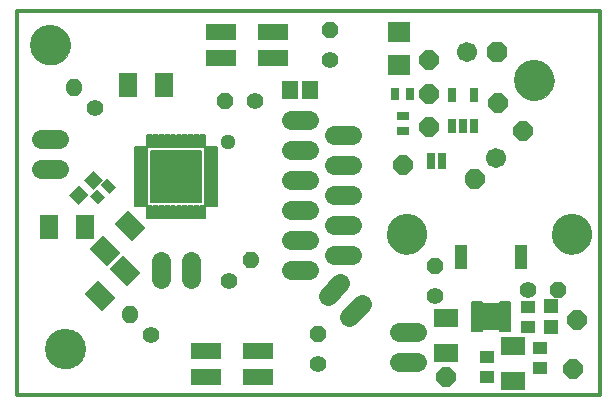
<source format=gts>
G75*
%MOIN*%
%OFA0B0*%
%FSLAX24Y24*%
%IPPOS*%
%LPD*%
%AMOC8*
5,1,8,0,0,1.08239X$1,22.5*
%
%ADD10C,0.0125*%
%ADD11R,0.0552X0.0631*%
%ADD12R,0.0631X0.0827*%
%ADD13R,0.0316X0.0394*%
%ADD14R,0.0453X0.0465*%
%ADD15R,0.0370X0.0150*%
%ADD16R,0.0150X0.0370*%
%ADD17R,0.1670X0.1670*%
%ADD18C,0.0060*%
%ADD19R,0.1024X0.0552*%
%ADD20C,0.0112*%
%ADD21C,0.0560*%
%ADD22OC8,0.0560*%
%ADD23C,0.0512*%
%ADD24C,0.0640*%
%ADD25C,0.0000*%
%ADD26C,0.1340*%
%ADD27R,0.0257X0.0512*%
%ADD28OC8,0.0670*%
%ADD29C,0.0670*%
%ADD30C,0.0134*%
%ADD31OC8,0.0640*%
%ADD32R,0.0394X0.0316*%
%ADD33R,0.0749X0.0670*%
%ADD34R,0.0290X0.0540*%
%ADD35R,0.0320X0.0160*%
%ADD36R,0.0510X0.0830*%
%ADD37R,0.0827X0.0631*%
%ADD38R,0.0473X0.0434*%
%ADD39R,0.0434X0.0827*%
%ADD40R,0.0465X0.0453*%
D10*
X000653Y001298D02*
X000653Y014098D01*
X020088Y014098D01*
X020088Y001298D01*
X000653Y001298D01*
D11*
X009756Y011473D03*
X010425Y011473D03*
D12*
X005556Y011660D03*
X004375Y011660D03*
G36*
X003931Y007022D02*
X004376Y007467D01*
X004959Y006884D01*
X004514Y006439D01*
X003931Y007022D01*
G37*
X002931Y006910D03*
G36*
X003096Y006187D02*
X003541Y006632D01*
X004124Y006049D01*
X003679Y005604D01*
X003096Y006187D01*
G37*
G36*
X003744Y005522D02*
X004189Y005967D01*
X004772Y005384D01*
X004327Y004939D01*
X003744Y005522D01*
G37*
G36*
X002909Y004687D02*
X003354Y005132D01*
X003937Y004549D01*
X003492Y004104D01*
X002909Y004687D01*
G37*
X001750Y006910D03*
D13*
G36*
X003598Y007890D02*
X003374Y007666D01*
X003096Y007944D01*
X003320Y008168D01*
X003598Y007890D01*
G37*
G36*
X003960Y008252D02*
X003736Y008028D01*
X003458Y008306D01*
X003682Y008530D01*
X003960Y008252D01*
G37*
X013272Y011360D03*
X013784Y011360D03*
D14*
G36*
X003532Y008463D02*
X003213Y008144D01*
X002886Y008471D01*
X003205Y008790D01*
X003532Y008463D01*
G37*
G36*
X003045Y007975D02*
X002726Y007656D01*
X002399Y007983D01*
X002718Y008302D01*
X003045Y007975D01*
G37*
D15*
X004795Y007908D03*
X004795Y007708D03*
X004795Y008108D03*
X004795Y008298D03*
X004795Y008498D03*
X004795Y008698D03*
X004795Y008898D03*
X004795Y009088D03*
X004795Y009288D03*
X004795Y009488D03*
X007135Y009488D03*
X007135Y009288D03*
X007135Y009088D03*
X007135Y008898D03*
X007135Y008698D03*
X007135Y008498D03*
X007135Y008298D03*
X007135Y008108D03*
X007135Y007908D03*
X007135Y007708D03*
D16*
X006855Y007428D03*
X006655Y007428D03*
X006455Y007428D03*
X006265Y007428D03*
X006065Y007428D03*
X005865Y007428D03*
X005665Y007428D03*
X005475Y007428D03*
X005275Y007428D03*
X005075Y007428D03*
X005075Y009768D03*
X005275Y009768D03*
X005475Y009768D03*
X005665Y009768D03*
X005865Y009768D03*
X006065Y009768D03*
X006265Y009768D03*
X006455Y009768D03*
X006655Y009768D03*
X006855Y009768D03*
D17*
X005965Y008598D03*
D18*
X005125Y008678D02*
X005125Y008828D01*
X006805Y008828D01*
X006805Y008678D01*
X005125Y008678D01*
X004985Y008618D02*
X004985Y008778D01*
X004595Y008778D01*
X004595Y008618D01*
X004985Y008618D01*
X004985Y008578D02*
X004595Y008578D01*
X004595Y008418D01*
X004985Y008418D01*
X004985Y008578D01*
X005125Y008518D02*
X005125Y008368D01*
X006805Y008368D01*
X006805Y008518D01*
X005125Y008518D01*
X004985Y008388D02*
X004595Y008388D01*
X004595Y008218D01*
X004985Y008218D01*
X004985Y008388D01*
X004985Y008188D02*
X004595Y008188D01*
X004595Y008028D01*
X004985Y008028D01*
X004985Y008188D01*
X005125Y008208D02*
X005125Y008058D01*
X006805Y008058D01*
X006805Y008208D01*
X005125Y008208D01*
X004985Y007988D02*
X004595Y007988D01*
X004595Y007828D01*
X004985Y007828D01*
X004985Y007988D01*
X005125Y007898D02*
X005125Y009298D01*
X005125Y009438D01*
X005265Y009438D01*
X005265Y007758D01*
X005125Y007758D01*
X005125Y007898D01*
X006805Y007898D01*
X006805Y009298D01*
X005125Y009298D01*
X004985Y009368D02*
X004985Y009208D01*
X004595Y009208D01*
X004595Y009368D01*
X004985Y009368D01*
X004985Y009398D02*
X004985Y009568D01*
X004595Y009568D01*
X004595Y009398D01*
X004985Y009398D01*
X004995Y009578D02*
X005165Y009578D01*
X005165Y009968D01*
X004995Y009968D01*
X004995Y009578D01*
X005195Y009578D02*
X005355Y009578D01*
X005355Y009968D01*
X005195Y009968D01*
X005195Y009578D01*
X005265Y009438D02*
X005425Y009438D01*
X005425Y007758D01*
X005575Y007758D01*
X005575Y009438D01*
X005735Y009438D01*
X005735Y007758D01*
X005885Y007758D01*
X005885Y009438D01*
X006045Y009438D01*
X006045Y007758D01*
X006195Y007758D01*
X006195Y009438D01*
X006355Y009438D01*
X006355Y007758D01*
X006505Y007758D01*
X006505Y009438D01*
X006665Y009438D01*
X006665Y007758D01*
X006805Y007758D01*
X006805Y007898D01*
X006945Y007828D02*
X006945Y007988D01*
X007335Y007988D01*
X007335Y007828D01*
X006945Y007828D01*
X006945Y007798D02*
X007335Y007798D01*
X007335Y007628D01*
X006945Y007628D01*
X006945Y007798D01*
X006935Y007618D02*
X006765Y007618D01*
X006765Y007228D01*
X006935Y007228D01*
X006935Y007618D01*
X006735Y007618D02*
X006575Y007618D01*
X006575Y007228D01*
X006735Y007228D01*
X006735Y007618D01*
X006665Y007758D02*
X006505Y007758D01*
X006535Y007618D02*
X006375Y007618D01*
X006375Y007228D01*
X006535Y007228D01*
X006535Y007618D01*
X006345Y007618D02*
X006175Y007618D01*
X006175Y007228D01*
X006345Y007228D01*
X006345Y007618D01*
X006355Y007758D02*
X006195Y007758D01*
X006145Y007618D02*
X005985Y007618D01*
X005985Y007228D01*
X006145Y007228D01*
X006145Y007618D01*
X006045Y007758D02*
X005885Y007758D01*
X005735Y007758D02*
X005575Y007758D01*
X005585Y007618D02*
X005755Y007618D01*
X005755Y007228D01*
X005585Y007228D01*
X005585Y007618D01*
X005555Y007618D02*
X005395Y007618D01*
X005395Y007228D01*
X005555Y007228D01*
X005555Y007618D01*
X005425Y007758D02*
X005265Y007758D01*
X005195Y007618D02*
X005355Y007618D01*
X005355Y007228D01*
X005195Y007228D01*
X005195Y007618D01*
X005165Y007618D02*
X004995Y007618D01*
X004995Y007228D01*
X005165Y007228D01*
X005165Y007618D01*
X004985Y007628D02*
X004985Y007798D01*
X004595Y007798D01*
X004595Y007628D01*
X004985Y007628D01*
X005785Y007618D02*
X005785Y007228D01*
X005945Y007228D01*
X005945Y007618D01*
X005785Y007618D01*
X006945Y008028D02*
X007335Y008028D01*
X007335Y008188D01*
X006945Y008188D01*
X006945Y008028D01*
X006945Y008218D02*
X007335Y008218D01*
X007335Y008388D01*
X006945Y008388D01*
X006945Y008218D01*
X006945Y008418D02*
X007335Y008418D01*
X007335Y008578D01*
X006945Y008578D01*
X006945Y008418D01*
X006945Y008618D02*
X007335Y008618D01*
X007335Y008778D01*
X006945Y008778D01*
X006945Y008618D01*
X006945Y008808D02*
X007335Y008808D01*
X007335Y008978D01*
X006945Y008978D01*
X006945Y008808D01*
X006945Y009008D02*
X007335Y009008D01*
X007335Y009168D01*
X006945Y009168D01*
X006945Y009008D01*
X006805Y008988D02*
X006805Y009138D01*
X005125Y009138D01*
X005125Y008988D01*
X006805Y008988D01*
X006945Y009208D02*
X007335Y009208D01*
X007335Y009368D01*
X006945Y009368D01*
X006945Y009208D01*
X006805Y009298D02*
X006805Y009438D01*
X006665Y009438D01*
X006735Y009578D02*
X006575Y009578D01*
X006575Y009968D01*
X006735Y009968D01*
X006735Y009578D01*
X006765Y009578D02*
X006935Y009578D01*
X006935Y009968D01*
X006765Y009968D01*
X006765Y009578D01*
X006945Y009568D02*
X006945Y009398D01*
X007335Y009398D01*
X007335Y009568D01*
X006945Y009568D01*
X006535Y009578D02*
X006535Y009968D01*
X006375Y009968D01*
X006375Y009578D01*
X006535Y009578D01*
X006505Y009438D02*
X006355Y009438D01*
X006345Y009578D02*
X006175Y009578D01*
X006175Y009968D01*
X006345Y009968D01*
X006345Y009578D01*
X006145Y009578D02*
X006145Y009968D01*
X005985Y009968D01*
X005985Y009578D01*
X006145Y009578D01*
X006195Y009438D02*
X006045Y009438D01*
X005885Y009438D02*
X005735Y009438D01*
X005755Y009578D02*
X005585Y009578D01*
X005585Y009968D01*
X005755Y009968D01*
X005755Y009578D01*
X005785Y009578D02*
X005945Y009578D01*
X005945Y009968D01*
X005785Y009968D01*
X005785Y009578D01*
X005555Y009578D02*
X005555Y009968D01*
X005395Y009968D01*
X005395Y009578D01*
X005555Y009578D01*
X005575Y009438D02*
X005425Y009438D01*
X004985Y009168D02*
X004595Y009168D01*
X004595Y009008D01*
X004985Y009008D01*
X004985Y009168D01*
X004985Y008978D02*
X004595Y008978D01*
X004595Y008808D01*
X004985Y008808D01*
X004985Y008978D01*
X015825Y004403D02*
X015825Y004233D01*
X016155Y004233D01*
X016155Y004403D01*
X015825Y004403D01*
X015825Y004203D02*
X016155Y004203D01*
X016155Y004033D01*
X015825Y004033D01*
X015825Y004203D01*
X015825Y004013D02*
X016155Y004013D01*
X016155Y003833D01*
X015825Y003833D01*
X015825Y004013D01*
X015825Y003813D02*
X016155Y003813D01*
X016155Y003643D01*
X015825Y003643D01*
X015825Y003813D01*
X015825Y003613D02*
X016155Y003613D01*
X016155Y003443D01*
X015825Y003443D01*
X015825Y003613D01*
X016205Y003693D02*
X016205Y003503D01*
X016385Y003503D01*
X016385Y004343D01*
X016545Y004343D01*
X016545Y003503D01*
X016725Y003503D01*
X016725Y003693D01*
X016725Y004153D01*
X016205Y004153D01*
X016205Y003693D01*
X016725Y003693D01*
X016775Y003643D02*
X017105Y003643D01*
X017105Y003813D01*
X016775Y003813D01*
X016775Y003643D01*
X016775Y003613D02*
X017105Y003613D01*
X017105Y003443D01*
X016775Y003443D01*
X016775Y003613D01*
X016545Y003503D02*
X016385Y003503D01*
X016205Y003843D02*
X016205Y004003D01*
X016725Y004003D01*
X016725Y003843D01*
X016205Y003843D01*
X016205Y004153D02*
X016205Y004343D01*
X016385Y004343D01*
X016545Y004343D02*
X016725Y004343D01*
X016725Y004153D01*
X016775Y004203D02*
X017105Y004203D01*
X017105Y004033D01*
X016775Y004033D01*
X016775Y004203D01*
X016775Y004233D02*
X017105Y004233D01*
X017105Y004403D01*
X016775Y004403D01*
X016775Y004233D01*
X016775Y004013D02*
X017105Y004013D01*
X017105Y003833D01*
X016775Y003833D01*
X016775Y004013D01*
D19*
X008715Y002781D03*
X008715Y001915D03*
X006965Y001915D03*
X006965Y002781D03*
X007465Y012540D03*
X007465Y013406D03*
X009215Y013406D03*
X009215Y012540D03*
D20*
X002512Y011744D02*
X002456Y011800D01*
X002642Y011800D01*
X002772Y011670D01*
X002772Y011484D01*
X002642Y011354D01*
X002456Y011354D01*
X002326Y011484D01*
X002326Y011670D01*
X002456Y011800D01*
X002491Y011716D01*
X002607Y011716D01*
X002688Y011635D01*
X002688Y011519D01*
X002607Y011438D01*
X002491Y011438D01*
X002410Y011519D01*
X002410Y011635D01*
X002491Y011716D01*
X002526Y011632D01*
X002572Y011632D01*
X002604Y011600D01*
X002604Y011554D01*
X002572Y011522D01*
X002526Y011522D01*
X002494Y011554D01*
X002494Y011600D01*
X002526Y011632D01*
X008611Y005864D02*
X008667Y005920D01*
X008667Y005734D01*
X008537Y005604D01*
X008351Y005604D01*
X008221Y005734D01*
X008221Y005920D01*
X008351Y006050D01*
X008537Y006050D01*
X008667Y005920D01*
X008583Y005885D01*
X008583Y005769D01*
X008502Y005688D01*
X008386Y005688D01*
X008305Y005769D01*
X008305Y005885D01*
X008386Y005966D01*
X008502Y005966D01*
X008583Y005885D01*
X008499Y005850D01*
X008499Y005804D01*
X008467Y005772D01*
X008421Y005772D01*
X008389Y005804D01*
X008389Y005850D01*
X008421Y005882D01*
X008467Y005882D01*
X008499Y005850D01*
X004387Y004181D02*
X004331Y004237D01*
X004517Y004237D01*
X004647Y004107D01*
X004647Y003921D01*
X004517Y003791D01*
X004331Y003791D01*
X004201Y003921D01*
X004201Y004107D01*
X004331Y004237D01*
X004366Y004153D01*
X004482Y004153D01*
X004563Y004072D01*
X004563Y003956D01*
X004482Y003875D01*
X004366Y003875D01*
X004285Y003956D01*
X004285Y004072D01*
X004366Y004153D01*
X004401Y004069D01*
X004447Y004069D01*
X004479Y004037D01*
X004479Y003991D01*
X004447Y003959D01*
X004401Y003959D01*
X004369Y003991D01*
X004369Y004037D01*
X004401Y004069D01*
D21*
X005131Y003307D03*
X007737Y005119D03*
X010715Y002348D03*
X014590Y004610D03*
X017715Y004798D03*
X008590Y011098D03*
X011090Y012473D03*
X003256Y010869D03*
D22*
X007590Y011098D03*
X011090Y013473D03*
X014590Y005610D03*
X010715Y003348D03*
X018715Y004798D03*
D23*
X007715Y009748D03*
D24*
X009790Y009473D02*
X010390Y009473D01*
X011240Y009973D02*
X011840Y009973D01*
X011840Y008973D02*
X011240Y008973D01*
X010390Y008473D02*
X009790Y008473D01*
X009790Y007473D02*
X010390Y007473D01*
X011240Y007973D02*
X011840Y007973D01*
X011840Y006973D02*
X011240Y006973D01*
X010390Y006473D02*
X009790Y006473D01*
X009790Y005473D02*
X010390Y005473D01*
X011240Y005973D02*
X011840Y005973D01*
X011449Y005039D02*
X011025Y004614D01*
X011732Y003907D02*
X012156Y004332D01*
X013415Y003423D02*
X014015Y003423D01*
X014015Y002423D02*
X013415Y002423D01*
X006465Y005173D02*
X006465Y005773D01*
X005465Y005773D02*
X005465Y005173D01*
X002078Y008848D02*
X001478Y008848D01*
X001478Y009848D02*
X002078Y009848D01*
X009790Y010473D02*
X010390Y010473D01*
D25*
X013003Y006673D02*
X013005Y006723D01*
X013011Y006773D01*
X013021Y006823D01*
X013034Y006871D01*
X013051Y006919D01*
X013072Y006965D01*
X013096Y007009D01*
X013124Y007051D01*
X013155Y007091D01*
X013189Y007128D01*
X013226Y007163D01*
X013265Y007194D01*
X013306Y007223D01*
X013350Y007248D01*
X013396Y007270D01*
X013443Y007288D01*
X013491Y007302D01*
X013540Y007313D01*
X013590Y007320D01*
X013640Y007323D01*
X013691Y007322D01*
X013741Y007317D01*
X013791Y007308D01*
X013839Y007296D01*
X013887Y007279D01*
X013933Y007259D01*
X013978Y007236D01*
X014021Y007209D01*
X014061Y007179D01*
X014099Y007146D01*
X014134Y007110D01*
X014167Y007071D01*
X014196Y007030D01*
X014222Y006987D01*
X014245Y006942D01*
X014264Y006895D01*
X014279Y006847D01*
X014291Y006798D01*
X014299Y006748D01*
X014303Y006698D01*
X014303Y006648D01*
X014299Y006598D01*
X014291Y006548D01*
X014279Y006499D01*
X014264Y006451D01*
X014245Y006404D01*
X014222Y006359D01*
X014196Y006316D01*
X014167Y006275D01*
X014134Y006236D01*
X014099Y006200D01*
X014061Y006167D01*
X014021Y006137D01*
X013978Y006110D01*
X013933Y006087D01*
X013887Y006067D01*
X013839Y006050D01*
X013791Y006038D01*
X013741Y006029D01*
X013691Y006024D01*
X013640Y006023D01*
X013590Y006026D01*
X013540Y006033D01*
X013491Y006044D01*
X013443Y006058D01*
X013396Y006076D01*
X013350Y006098D01*
X013306Y006123D01*
X013265Y006152D01*
X013226Y006183D01*
X013189Y006218D01*
X013155Y006255D01*
X013124Y006295D01*
X013096Y006337D01*
X013072Y006381D01*
X013051Y006427D01*
X013034Y006475D01*
X013021Y006523D01*
X013011Y006573D01*
X013005Y006623D01*
X013003Y006673D01*
X018503Y006673D02*
X018505Y006723D01*
X018511Y006773D01*
X018521Y006823D01*
X018534Y006871D01*
X018551Y006919D01*
X018572Y006965D01*
X018596Y007009D01*
X018624Y007051D01*
X018655Y007091D01*
X018689Y007128D01*
X018726Y007163D01*
X018765Y007194D01*
X018806Y007223D01*
X018850Y007248D01*
X018896Y007270D01*
X018943Y007288D01*
X018991Y007302D01*
X019040Y007313D01*
X019090Y007320D01*
X019140Y007323D01*
X019191Y007322D01*
X019241Y007317D01*
X019291Y007308D01*
X019339Y007296D01*
X019387Y007279D01*
X019433Y007259D01*
X019478Y007236D01*
X019521Y007209D01*
X019561Y007179D01*
X019599Y007146D01*
X019634Y007110D01*
X019667Y007071D01*
X019696Y007030D01*
X019722Y006987D01*
X019745Y006942D01*
X019764Y006895D01*
X019779Y006847D01*
X019791Y006798D01*
X019799Y006748D01*
X019803Y006698D01*
X019803Y006648D01*
X019799Y006598D01*
X019791Y006548D01*
X019779Y006499D01*
X019764Y006451D01*
X019745Y006404D01*
X019722Y006359D01*
X019696Y006316D01*
X019667Y006275D01*
X019634Y006236D01*
X019599Y006200D01*
X019561Y006167D01*
X019521Y006137D01*
X019478Y006110D01*
X019433Y006087D01*
X019387Y006067D01*
X019339Y006050D01*
X019291Y006038D01*
X019241Y006029D01*
X019191Y006024D01*
X019140Y006023D01*
X019090Y006026D01*
X019040Y006033D01*
X018991Y006044D01*
X018943Y006058D01*
X018896Y006076D01*
X018850Y006098D01*
X018806Y006123D01*
X018765Y006152D01*
X018726Y006183D01*
X018689Y006218D01*
X018655Y006255D01*
X018624Y006295D01*
X018596Y006337D01*
X018572Y006381D01*
X018551Y006427D01*
X018534Y006475D01*
X018521Y006523D01*
X018511Y006573D01*
X018505Y006623D01*
X018503Y006673D01*
X017253Y011798D02*
X017255Y011848D01*
X017261Y011898D01*
X017271Y011948D01*
X017284Y011996D01*
X017301Y012044D01*
X017322Y012090D01*
X017346Y012134D01*
X017374Y012176D01*
X017405Y012216D01*
X017439Y012253D01*
X017476Y012288D01*
X017515Y012319D01*
X017556Y012348D01*
X017600Y012373D01*
X017646Y012395D01*
X017693Y012413D01*
X017741Y012427D01*
X017790Y012438D01*
X017840Y012445D01*
X017890Y012448D01*
X017941Y012447D01*
X017991Y012442D01*
X018041Y012433D01*
X018089Y012421D01*
X018137Y012404D01*
X018183Y012384D01*
X018228Y012361D01*
X018271Y012334D01*
X018311Y012304D01*
X018349Y012271D01*
X018384Y012235D01*
X018417Y012196D01*
X018446Y012155D01*
X018472Y012112D01*
X018495Y012067D01*
X018514Y012020D01*
X018529Y011972D01*
X018541Y011923D01*
X018549Y011873D01*
X018553Y011823D01*
X018553Y011773D01*
X018549Y011723D01*
X018541Y011673D01*
X018529Y011624D01*
X018514Y011576D01*
X018495Y011529D01*
X018472Y011484D01*
X018446Y011441D01*
X018417Y011400D01*
X018384Y011361D01*
X018349Y011325D01*
X018311Y011292D01*
X018271Y011262D01*
X018228Y011235D01*
X018183Y011212D01*
X018137Y011192D01*
X018089Y011175D01*
X018041Y011163D01*
X017991Y011154D01*
X017941Y011149D01*
X017890Y011148D01*
X017840Y011151D01*
X017790Y011158D01*
X017741Y011169D01*
X017693Y011183D01*
X017646Y011201D01*
X017600Y011223D01*
X017556Y011248D01*
X017515Y011277D01*
X017476Y011308D01*
X017439Y011343D01*
X017405Y011380D01*
X017374Y011420D01*
X017346Y011462D01*
X017322Y011506D01*
X017301Y011552D01*
X017284Y011600D01*
X017271Y011648D01*
X017261Y011698D01*
X017255Y011748D01*
X017253Y011798D01*
X001628Y002860D02*
X001630Y002910D01*
X001636Y002960D01*
X001646Y003010D01*
X001659Y003058D01*
X001676Y003106D01*
X001697Y003152D01*
X001721Y003196D01*
X001749Y003238D01*
X001780Y003278D01*
X001814Y003315D01*
X001851Y003350D01*
X001890Y003381D01*
X001931Y003410D01*
X001975Y003435D01*
X002021Y003457D01*
X002068Y003475D01*
X002116Y003489D01*
X002165Y003500D01*
X002215Y003507D01*
X002265Y003510D01*
X002316Y003509D01*
X002366Y003504D01*
X002416Y003495D01*
X002464Y003483D01*
X002512Y003466D01*
X002558Y003446D01*
X002603Y003423D01*
X002646Y003396D01*
X002686Y003366D01*
X002724Y003333D01*
X002759Y003297D01*
X002792Y003258D01*
X002821Y003217D01*
X002847Y003174D01*
X002870Y003129D01*
X002889Y003082D01*
X002904Y003034D01*
X002916Y002985D01*
X002924Y002935D01*
X002928Y002885D01*
X002928Y002835D01*
X002924Y002785D01*
X002916Y002735D01*
X002904Y002686D01*
X002889Y002638D01*
X002870Y002591D01*
X002847Y002546D01*
X002821Y002503D01*
X002792Y002462D01*
X002759Y002423D01*
X002724Y002387D01*
X002686Y002354D01*
X002646Y002324D01*
X002603Y002297D01*
X002558Y002274D01*
X002512Y002254D01*
X002464Y002237D01*
X002416Y002225D01*
X002366Y002216D01*
X002316Y002211D01*
X002265Y002210D01*
X002215Y002213D01*
X002165Y002220D01*
X002116Y002231D01*
X002068Y002245D01*
X002021Y002263D01*
X001975Y002285D01*
X001931Y002310D01*
X001890Y002339D01*
X001851Y002370D01*
X001814Y002405D01*
X001780Y002442D01*
X001749Y002482D01*
X001721Y002524D01*
X001697Y002568D01*
X001676Y002614D01*
X001659Y002662D01*
X001646Y002710D01*
X001636Y002760D01*
X001630Y002810D01*
X001628Y002860D01*
X001128Y012985D02*
X001130Y013035D01*
X001136Y013085D01*
X001146Y013135D01*
X001159Y013183D01*
X001176Y013231D01*
X001197Y013277D01*
X001221Y013321D01*
X001249Y013363D01*
X001280Y013403D01*
X001314Y013440D01*
X001351Y013475D01*
X001390Y013506D01*
X001431Y013535D01*
X001475Y013560D01*
X001521Y013582D01*
X001568Y013600D01*
X001616Y013614D01*
X001665Y013625D01*
X001715Y013632D01*
X001765Y013635D01*
X001816Y013634D01*
X001866Y013629D01*
X001916Y013620D01*
X001964Y013608D01*
X002012Y013591D01*
X002058Y013571D01*
X002103Y013548D01*
X002146Y013521D01*
X002186Y013491D01*
X002224Y013458D01*
X002259Y013422D01*
X002292Y013383D01*
X002321Y013342D01*
X002347Y013299D01*
X002370Y013254D01*
X002389Y013207D01*
X002404Y013159D01*
X002416Y013110D01*
X002424Y013060D01*
X002428Y013010D01*
X002428Y012960D01*
X002424Y012910D01*
X002416Y012860D01*
X002404Y012811D01*
X002389Y012763D01*
X002370Y012716D01*
X002347Y012671D01*
X002321Y012628D01*
X002292Y012587D01*
X002259Y012548D01*
X002224Y012512D01*
X002186Y012479D01*
X002146Y012449D01*
X002103Y012422D01*
X002058Y012399D01*
X002012Y012379D01*
X001964Y012362D01*
X001916Y012350D01*
X001866Y012341D01*
X001816Y012336D01*
X001765Y012335D01*
X001715Y012338D01*
X001665Y012345D01*
X001616Y012356D01*
X001568Y012370D01*
X001521Y012388D01*
X001475Y012410D01*
X001431Y012435D01*
X001390Y012464D01*
X001351Y012495D01*
X001314Y012530D01*
X001280Y012567D01*
X001249Y012607D01*
X001221Y012649D01*
X001197Y012693D01*
X001176Y012739D01*
X001159Y012787D01*
X001146Y012835D01*
X001136Y012885D01*
X001130Y012935D01*
X001128Y012985D01*
D26*
X001778Y012985D03*
X013653Y006673D03*
X019153Y006673D03*
X017903Y011798D03*
X002278Y002860D03*
D27*
X015154Y010286D03*
X015528Y010286D03*
X015902Y010286D03*
X015902Y011310D03*
X015154Y011310D03*
D28*
X016653Y012735D03*
D29*
X015653Y012735D03*
X016631Y009214D03*
D30*
X015724Y008463D02*
X015657Y008396D01*
X015657Y008618D01*
X015813Y008774D01*
X016035Y008774D01*
X016191Y008618D01*
X016191Y008396D01*
X016035Y008240D01*
X015813Y008240D01*
X015657Y008396D01*
X015758Y008438D01*
X015758Y008576D01*
X015855Y008673D01*
X015993Y008673D01*
X016090Y008576D01*
X016090Y008438D01*
X015993Y008341D01*
X015855Y008341D01*
X015758Y008438D01*
X015858Y008479D01*
X015858Y008535D01*
X015896Y008573D01*
X015952Y008573D01*
X015990Y008535D01*
X015990Y008479D01*
X015952Y008441D01*
X015896Y008441D01*
X015858Y008479D01*
D31*
X017528Y010110D03*
X016715Y011048D03*
X014403Y011360D03*
X014403Y010235D03*
X013528Y008985D03*
X014403Y012485D03*
X019340Y003798D03*
X019215Y002173D03*
X014965Y001923D03*
D32*
X013528Y010105D03*
X013528Y010616D03*
D33*
X013403Y012309D03*
X013403Y013412D03*
D34*
X014476Y009110D03*
X014830Y009110D03*
D35*
X015995Y004313D03*
X015995Y004123D03*
X015995Y003923D03*
X015995Y003723D03*
X015995Y003533D03*
X016935Y003533D03*
X016935Y003723D03*
X016935Y003923D03*
X016935Y004123D03*
X016935Y004313D03*
D36*
X016465Y003923D03*
D37*
X017215Y002951D03*
X017215Y001770D03*
X014965Y002707D03*
X014965Y003889D03*
D38*
X016340Y002570D03*
X016340Y001901D03*
X018090Y002213D03*
X018090Y002883D03*
X017715Y003588D03*
X017715Y004258D03*
D39*
X017465Y005923D03*
X015465Y005923D03*
D40*
X018465Y004267D03*
X018465Y003578D03*
M02*

</source>
